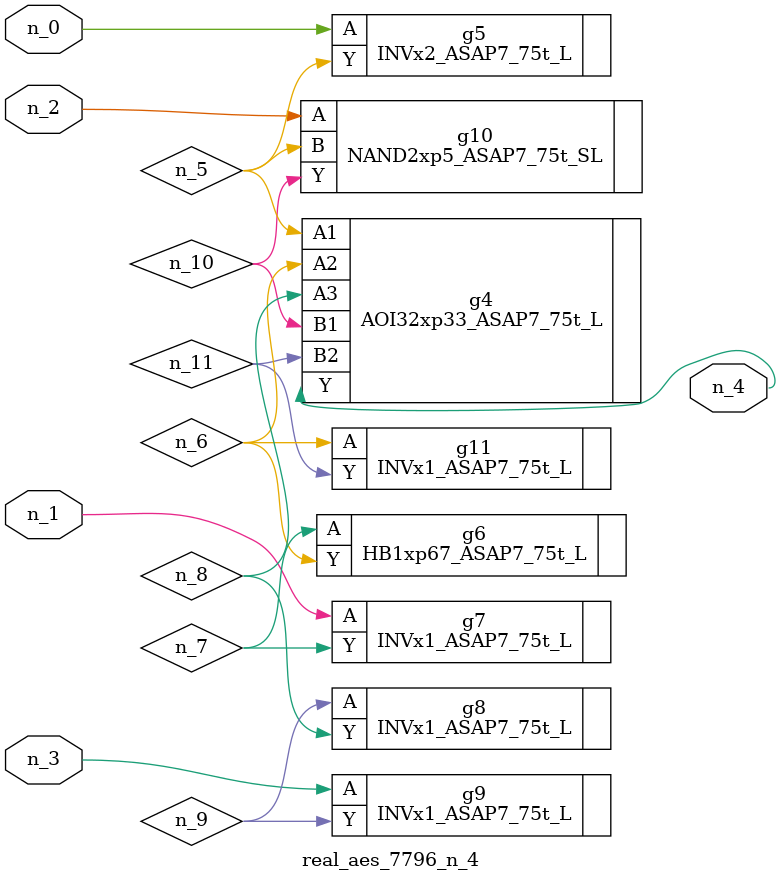
<source format=v>
module real_aes_7796_n_4 (n_0, n_3, n_2, n_1, n_4);
input n_0;
input n_3;
input n_2;
input n_1;
output n_4;
wire n_5;
wire n_7;
wire n_8;
wire n_6;
wire n_9;
wire n_10;
wire n_11;
INVx2_ASAP7_75t_L g5 ( .A(n_0), .Y(n_5) );
INVx1_ASAP7_75t_L g7 ( .A(n_1), .Y(n_7) );
NAND2xp5_ASAP7_75t_SL g10 ( .A(n_2), .B(n_5), .Y(n_10) );
INVx1_ASAP7_75t_L g9 ( .A(n_3), .Y(n_9) );
AOI32xp33_ASAP7_75t_L g4 ( .A1(n_5), .A2(n_6), .A3(n_8), .B1(n_10), .B2(n_11), .Y(n_4) );
INVx1_ASAP7_75t_L g11 ( .A(n_6), .Y(n_11) );
HB1xp67_ASAP7_75t_L g6 ( .A(n_7), .Y(n_6) );
INVx1_ASAP7_75t_L g8 ( .A(n_9), .Y(n_8) );
endmodule
</source>
